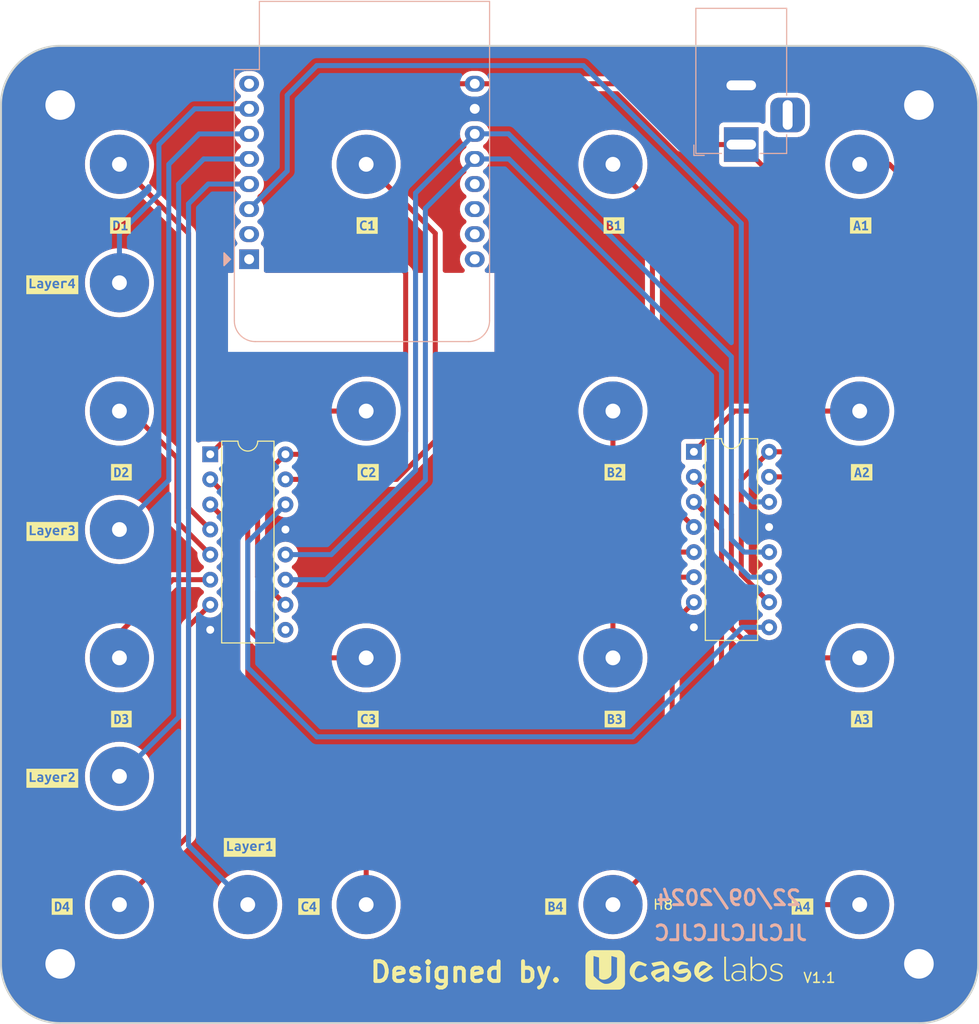
<source format=kicad_pcb>
(kicad_pcb (version 20240108) (generator "pcbnew") (generator_version "8.0")
  (layers (0 "F.Cu" signal) (31 "B.Cu" signal) (34 "B.Paste" user) (35 "F.Paste" user) (36 "B.SilkS" user "B.Silkscreen") (37 "F.SilkS" user "F.Silkscreen") (38 "B.Mask" user) (39 "F.Mask" user) (44 "Edge.Cuts" user))
  (net 0 "")
  (net 1 "D1")
  (net 2 "D0")
  (net 3 "D2")
  (net 4 "D3")
  (net 5 "D4")
  (net 6 "D5")
  (net 7 "D6")
  (net 8 "D7")
  (net 9 "A1")
  (net 10 "A2")
  (net 11 "A3")
  (net 12 "A0")
  (net 13 "D8")
  (net 14 "D9")
  (net 15 "D10")
  (net 16 "D11")
  (net 17 "D12")
  (net 18 "D13")
  (net 19 "A4")
  (net 20 "A5")
  (net 23 "VCC")
  (net 25 "Data")
  (net 26 "Latch")
  (net 27 "Clock")
  (net 28 "Net-(U2-QH')")
  (net 34 "GND")
  (footprint "kibuzzard-6643DBC3" (layer "F.Cu") (at 58.9 42)
    (property "Reference" "kibuzzard-6643DBC3" (hide yes))
    (property "Value" "G***" (hide yes))
  )
  (footprint "kibuzzard-6643D9ED" (layer "F.Cu") (at 108.9 42)
    (property "Reference" "kibuzzard-6643D9ED" (hide yes))
    (property "Value" "G***" (hide yes))
  )
  (footprint "kibuzzard-6643DAD8" (layer "F.Cu") (at 78 111)
    (property "Reference" "kibuzzard-6643DAD8" (hide yes))
    (property "Value" "G***" (hide yes))
  )
  (footprint "kibuzzard-6643DB1C" (layer "F.Cu") (at 47 105)
    (property "Reference" "kibuzzard-6643DB1C" (hide yes))
    (property "Value" "G***" (hide yes))
  )
  (footprint "wirebase:wirebase_footprint" (layer "F.Cu") (at 58.8 60.8 -90)
    (property "Reference" "H10" (hide yes))
    (property "Value" "C2")
    (pad "1" thru_hole circle (at 0 0 270) (size 6 6) (drill 1.5) (layers "*.Cu" "*.Mask") (net 14 "D9"))
  )
  (footprint "wirebase:wirebase_footprint" (layer "F.Cu") (at 108.8 35.8 -90)
    (property "Reference" "H1" (hide yes))
    (property "Value" "A1")
    (pad "1" thru_hole circle (at 0 0 270) (size 6 6) (drill 1.5) (layers "*.Cu" "*.Mask") (net 2 "D0"))
  )
  (footprint "kibuzzard-6643DBD4" (layer "F.Cu") (at 84 67)
    (property "Reference" "kibuzzard-6643DBD4" (hide yes))
    (property "Value" "G***" (hide yes))
  )
  (footprint "MountingHole:MountingHole_3mm_Pad_TopBottom" (layer "F.Cu") (at 27.8 29.8 -90)
    (property "Reference" "H22" (hide yes))
    (property "Value" "MountingHole_Pad")
    (pad "1" thru_hole circle (at 0 0 270) (size 3.4 3.4) (drill 3) (layers "*.Cu" "*.Mask") (net 34 "GND"))
    (pad "1" connect circle (at 0 0 270) (size 6 6) (layers "F.Cu" "F.Mask") (net 34 "GND"))
    (pad "1" connect circle (at 0 0 270) (size 6 6) (layers "B.Cu" "B.Mask") (net 34 "GND"))
  )
  (footprint "kibuzzard-6643DB5E" (layer "F.Cu") (at 27 98)
    (property "Reference" "kibuzzard-6643DB5E" (hide yes))
    (property "Value" "G***" (hide yes))
  )
  (footprint "kibuzzard-6643DBED" (layer "F.Cu") (at 34 67)
    (property "Reference" "kibuzzard-6643DBED" (hide yes))
    (property "Value" "G***" (hide yes))
  )
  (footprint "kibuzzard-6643DBBB" (layer "F.Cu") (at 33.9 42)
    (property "Reference" "kibuzzard-6643DBBB" (hide yes))
    (property "Value" "G***" (hide yes))
  )
  (footprint "wirebase:wirebase_footprint" (layer "F.Cu") (at 33.8 97.8 -90)
    (property "Reference" "L2" (hide yes))
    (property "Value" "Layer2")
    (pad "1" thru_hole circle (at 0 0 270) (size 6 6) (drill 1.5) (layers "*.Cu" "*.Mask") (net 9 "A1"))
  )
  (footprint "wirebase:wirebase_footprint" (layer "F.Cu") (at 108.8 85.8 -90)
    (property "Reference" "H3" (hide yes))
    (property "Value" "A3")
    (pad "1" thru_hole circle (at 0 0 270) (size 6 6) (drill 1.5) (layers "*.Cu" "*.Mask") (net 3 "D2"))
  )
  (footprint "wirebase:wirebase_footprint" (layer "F.Cu") (at 108.8 110.8 -90)
    (property "Reference" "H4" (hide yes))
    (property "Value" "A4")
    (pad "1" thru_hole circle (at 0 0 270) (size 6 6) (drill 1.5) (layers "*.Cu" "*.Mask") (net 4 "D3"))
  )
  (footprint "wirebase:logo" (layer "F.Cu") (at 91 117.8)
    (property "Reference" "G***" (hide yes))
    (property "Value" "LOGO" (hide yes))
  )
  (footprint "MountingHole:MountingHole_3mm_Pad_TopBottom" (layer "F.Cu") (at 114.8 116.8 -90)
    (property "Reference" "H24" (hide yes))
    (property "Value" "MountingHole_Pad")
    (pad "1" thru_hole circle (at 0 0 270) (size 3.4 3.4) (drill 3) (layers "*.Cu" "*.Mask") (net 34 "GND"))
    (pad "1" connect circle (at 0 0 270) (size 6 6) (layers "F.Cu" "F.Mask") (net 34 "GND"))
    (pad "1" connect circle (at 0 0 270) (size 6 6) (layers "B.Cu" "B.Mask") (net 34 "GND"))
  )
  (footprint "wirebase:wirebase_footprint" (layer "F.Cu") (at 108.8 60.8 -90)
    (property "Reference" "H2" (hide yes))
    (property "Value" "A2")
    (pad "1" thru_hole circle (at 0 0 270) (size 6 6) (drill 1.5) (layers "*.Cu" "*.Mask") (net 1 "D1"))
  )
  (footprint "wirebase:wirebase_footprint" (layer "F.Cu") (at 33.8 35.8 -90)
    (property "Reference" "H13" (hide yes))
    (property "Value" "D1")
    (pad "1" thru_hole circle (at 0 0 270) (size 6 6) (drill 1.5) (layers "*.Cu" "*.Mask") (net 17 "D12"))
  )
  (footprint "Package_DIP:DIP-16_W7.62mm" (layer "F.Cu") (at 43 65.18)
    (property "Reference" "U3" (hide yes))
    (property "Value" "74HC595")
    (pad "1" thru_hole rect (at 0 0) (size 1.6 1.6) (drill 0.8) (layers "*.Cu" "*.Mask") (net 14 "D9"))
    (pad "2" thru_hole oval (at 0 2.54) (size 1.6 1.6) (drill 0.8) (layers "*.Cu" "*.Mask") (net 15 "D10"))
    (pad "3" thru_hole oval (at 0 5.08) (size 1.6 1.6) (drill 0.8) (layers "*.Cu" "*.Mask") (net 16 "D11"))
    (pad "4" thru_hole oval (at 0 7.62) (size 1.6 1.6) (drill 0.8) (layers "*.Cu" "*.Mask") (net 17 "D12"))
    (pad "5" thru_hole oval (at 0 10.16) (size 1.6 1.6) (drill 0.8) (layers "*.Cu" "*.Mask") (net 18 "D13"))
    (pad "6" thru_hole oval (at 0 12.7) (size 1.6 1.6) (drill 0.8) (layers "*.Cu" "*.Mask") (net 19 "A4"))
    (pad "7" thru_hole oval (at 0 15.24) (size 1.6 1.6) (drill 0.8) (layers "*.Cu" "*.Mask") (net 20 "A5"))
    (pad "8" thru_hole oval (at 0 17.78) (size 1.6 1.6) (drill 0.8) (layers "*.Cu" "*.Mask") (net 34 "GND"))
    (pad "9" thru_hole oval (at 7.62 17.78) (size 1.6 1.6) (drill 0.8) (layers "*.Cu" "*.Mask"))
    (pad "10" thru_hole oval (at 7.62 15.24) (size 1.6 1.6) (drill 0.8) (layers "*.Cu" "*.Mask") (net 23 "VCC"))
    (pad "11" thru_hole oval (at 7.62 12.7) (size 1.6 1.6) (drill 0.8) (layers "*.Cu" "*.Mask") (net 27 "Clock"))
    (pad "12" thru_hole oval (at 7.62 10.16) (size 1.6 1.6) (drill 0.8) (layers "*.Cu" "*.Mask") (net 26 "Latch"))
    (pad "13" thru_hole oval (at 7.62 7.62) (size 1.6 1.6) (drill 0.8) (layers "*.Cu" "*.Mask") (net 34 "GND"))
    (pad "14" thru_hole oval (at 7.62 5.08) (size 1.6 1.6) (drill 0.8) (layers "*.Cu" "*.Mask") (net 28 "Net-(U2-QH')"))
    (pad "15" thru_hole oval (at 7.62 2.54) (size 1.6 1.6) (drill 0.8) (layers "*.Cu" "*.Mask") (net 13 "D8"))
    (pad "16" thru_hole oval (at 7.62 0) (size 1.6 1.6) (drill 0.8) (layers "*.Cu" "*.Mask") (net 23 "VCC"))
  )
  (footprint "wirebase:wirebase_footprint" (layer "F.Cu") (at 46.8 110.8 -90)
    (property "Reference" "L1" (hide yes))
    (property "Value" "Layer1")
    (pad "1" thru_hole circle (at 0 0 270) (size 6 6) (drill 1.5) (layers "*.Cu" "*.Mask") (net 12 "A0"))
  )
  (footprint "wirebase:wirebase_footprint" (layer "F.Cu") (at 58.8 110.8 -90)
    (property "Reference" "H12" (hide yes))
    (property "Value" "C4")
    (pad "1" thru_hole circle (at 0 0 270) (size 6 6) (drill 1.5) (layers "*.Cu" "*.Mask") (net 16 "D11"))
  )
  (footprint "wirebase:wirebase_footprint" (layer "F.Cu") (at 33.8 47.8 -90)
    (property "Reference" "L4" (hide yes))
    (property "Value" "Layer4")
    (pad "1" thru_hole circle (at 0 0 270) (size 6 6) (drill 1.5) (layers "*.Cu" "*.Mask") (net 11 "A3"))
  )
  (footprint "wirebase:wirebase_footprint" (layer "F.Cu") (at 83.8 110.8 -90)
    (property "Reference" "H8" (at 0 -5.08 0) (layer "F.SilkS"))
    (property "Value" "B4")
    (pad "1" thru_hole circle (at 0 0 270) (size 6 6) (drill 1.5) (layers "*.Cu" "*.Mask") (net 8 "D7"))
  )
  (footprint "kibuzzard-6643DBF5" (layer "F.Cu") (at 59 67)
    (property "Reference" "kibuzzard-6643DBF5" (hide yes))
    (property "Value" "G***" (hide yes))
  )
  (footprint "kibuzzard-6643D9FF" (layer "F.Cu") (at 109 67)
    (property "Reference" "kibuzzard-6643D9FF" (hide yes))
    (property "Value" "G***" (hide yes))
  )
  (footprint "kibuzzard-6643DA1F" (layer "F.Cu") (at 109 92)
    (property "Reference" "kibuzzard-6643DA1F" (hide yes))
    (property "Value" "G***" (hide yes))
  )
  (footprint "wirebase:wirebase_footprint" (layer "F.Cu") (at 83.8 85.8 -90)
    (property "Reference" "H7" (hide yes))
    (property "Value" "B3")
    (pad "1" thru_hole circle (at 0 0 270) (size 6 6) (drill 1.5) (layers "*.Cu" "*.Mask") (net 7 "D6"))
  )
  (footprint "kibuzzard-6643DA2D" (layer "F.Cu") (at 103 111)
    (property "Reference" "kibuzzard-6643DA2D" (hide yes))
    (property "Value" "G***" (hide yes))
  )
  (footprint "wirebase:wirebase_footprint" (layer "F.Cu") (at 33.8 110.8 -90)
    (property "Reference" "H16" (hide yes))
    (property "Value" "D4")
    (pad "1" thru_hole circle (at 0 0 270) (size 6 6) (drill 1.5) (layers "*.Cu" "*.Mask") (net 20 "A5"))
  )
  (footprint "kibuzzard-6643DBE0" (layer "F.Cu") (at 59 92)
    (property "Reference" "kibuzzard-6643DBE0" (hide yes))
    (property "Value" "G***" (hide yes))
  )
  (footprint "kibuzzard-6643DBDA" (layer "F.Cu") (at 84 92)
    (property "Reference" "kibuzzard-6643DBDA" (hide yes))
    (property "Value" "G***" (hide yes))
  )
  (footprint "MountingHole:MountingHole_3mm_Pad_TopBottom" (layer "F.Cu") (at 27.8 116.8 -90)
    (property "Reference" "H23" (hide yes))
    (property "Value" "MountingHole_Pad")
    (pad "1" thru_hole circle (at 0 0 270) (size 3.4 3.4) (drill 3) (layers "*.Cu" "*.Mask") (net 34 "GND"))
    (pad "1" connect circle (at 0 0 270) (size 6 6) (layers "F.Cu" "F.Mask") (net 34 "GND"))
    (pad "1" connect circle (at 0 0 270) (size 6 6) (layers "B.Cu" "B.Mask") (net 34 "GND"))
  )
  (footprint "wirebase:wirebase_footprint" (layer "F.Cu") (at 83.8 60.8 -90)
    (property "Reference" "H6" (hide yes))
    (property "Value" "B2")
    (pad "1" thru_hole circle (at 0 0 270) (size 6 6) (drill 1.5) (layers "*.Cu" "*.Mask") (net 6 "D5"))
  )
  (footprint "kibuzzard-6643DBCA" (layer "F.Cu") (at 83.9 42)
    (property "Reference" "kibuzzard-6643DBCA" (hide yes))
    (property "Value" "G***" (hide yes))
  )
  (footprint "kibuzzard-6643DBE7" (layer "F.Cu") (at 34 92)
    (property "Reference" "kibuzzard-6643DBE7" (hide yes))
    (property "Value" "G***" (hide yes))
  )
  (footprint "wirebase:wirebase_footprint" (layer "F.Cu") (at 33.8 72.8 -90)
    (property "Reference" "L3" (hide yes))
    (property "Value" "Layer3")
    (pad "1" thru_hole circle (at 0 0 270) (size 6 6) (drill 1.5) (layers "*.Cu" "*.Mask") (net 10 "A2"))
  )
  (footprint "wirebase:wirebase_footprint" (layer "F.Cu") (at 58.8 35.8 -90)
    (property "Reference" "H9" (hide yes))
    (property "Value" "C1")
    (pad "1" thru_hole circle (at 0 0 270) (size 6 6) (drill 1.5) (layers "*.Cu" "*.Mask") (net 13 "D8"))
  )
  (footprint "MountingHole:MountingHole_3mm_Pad_TopBottom" (layer "F.Cu") (at 114.8 29.8 -90)
    (property "Reference" "H21" (hide yes))
    (property "Value" "MountingHole_Pad")
    (pad "1" thru_hole circle (at 0 0 270) (size 3.4 3.4) (drill 3) (layers "*.Cu" "*.Mask") (net 34 "GND"))
    (pad "1" connect circle (at 0 0 270) (size 6 6) (layers "F.Cu" "F.Mask") (net 34 "GND"))
    (pad "1" connect circle (at 0 0 270) (size 6 6) (layers "B.Cu" "B.Mask") (net 34 "GND"))
  )
  (footprint "wirebase:wirebase_footprint" (layer "F.Cu") (at 83.8 35.8 -90)
    (property "Reference" "H5" (hide yes))
    (property "Value" "B1")
    (pad "1" thru_hole circle (at 0 0 270) (size 6 6) (drill 1.5) (layers "*.Cu" "*.Mask") (net 5 "D4"))
  )
  (footprint "wirebase:wirebase_footprint" (layer "F.Cu") (at 33.8 85.8 -90)
    (property "Reference" "H15" (hide yes))
    (property "Value" "D3")
    (pad "1" thru_hole circle (at 0 0 270) (size 6 6) (drill 1.5) (layers "*.Cu" "*.Mask") (net 19 "A4"))
  )
  (footprint "kibuzzard-6643DB07" (layer "F.Cu") (at 28 111)
    (property "Reference" "kibuzzard-6643DB07" (hide yes))
    (property "Value" "G***" (hide yes))
  )
  (footprint "Package_DIP:DIP-16_W7.62mm" (layer "F.Cu") (at 92 64.925)
    (property "Reference" "U2" (hide yes))
    (property "Value" "74HC595")
    (pad "1" thru_hole rect (at 0 0) (size 1.6 1.6) (drill 0.8) (layers "*.Cu" "*.Mask") (net 1 "D1"))
    (pad "2" thru_hole oval (at 0 2.54) (size 1.6 1.6) (drill 0.8) (layers "*.Cu" "*.Mask") (net 3 "D2"))
    (pad "3" thru_hole oval (at 0 5.08) (size 1.6 1.6) (drill 0.8) (layers "*.Cu" "*.Mask") (net 4 "D3"))
    (pad "4" thru_hole oval (at 0 7.62) (size 1.6 1.6) (drill 0.8) (layers "*.Cu" "*.Mask") (net 5 "D4"))
    (pad "5" thru_hole oval (at 0 10.16) (size 1.6 1.6) (drill 0.8) (layers "*.Cu" "*.Mask") (net 6 "D5"))
    (pad "6" thru_hole oval (at 0 12.7) (size 1.6 1.6) (drill 0.8) (layers "*.Cu" "*.Mask") (net 7 "D6"))
    (pad "7" thru_hole oval (at 0 15.24) (size 1.6 1.6) (drill 0.8) (layers "*.Cu" "*.Mask") (net 8 "D7"))
    (pad "8" thru_hole oval (at 0 17.78) (size 1.6 1.6) (drill 0.8) (layers "*.Cu" "*.Mask") (net 34 "GND"))
    (pad "9" thru_hole oval (at 7.62 17.78) (size 1.6 1.6) (drill 0.8) (layers "*.Cu" "*.Mask") (net 28 "Net-(U2-QH')"))
    (pad "10" thru_hole oval (at 7.62 15.24) (size 1.6 1.6) (drill 0.8) (layers "*.Cu" "*.Mask") (net 23 "VCC"))
    (pad "11" thru_hole oval (at 7.62 12.7) (size 1.6 1.6) (drill 0.8) (layers "*.Cu" "*.Mask") (net 27 "Clock"))
    (pad "12" thru_hole oval (at 7.62 10.16) (size 1.6 1.6) (drill 0.8) (layers "*.Cu" "*.Mask") (net 26 "Latch"))
    (pad "13" thru_hole oval (at 7.62 7.62) (size 1.6 1.6) (drill 0.8) (layers "*.Cu" "*.Mask") (net 34 "GND"))
    (pad "14" thru_hole oval (at 7.62 5.08) (size 1.6 1.6) (drill 0.8) (layers "*.Cu" "*.Mask") (net 25 "Data"))
    (pad "15" thru_hole oval (at 7.62 2.54) (size 1.6 1.6) (drill 0.8) (layers "*.Cu" "*.Mask") (net 2 "D0"))
    (pad "16" thru_hole oval (at 7.62 0) (size 1.6 1.6) (drill 0.8) (layers "*.Cu" "*.Mask") (net 23 "VCC"))
  )
  (footprint "kibuzzard-6643DB44" (layer "F.Cu") (at 27 48)
    (property "Reference" "kibuzzard-6643DB44" (hide yes))
    (property "Value" "G***" (hide yes))
  )
  (footprint "wirebase:wirebase_footprint" (layer "F.Cu") (at 33.8 60.8 -90)
    (property "Reference" "H14" (hide yes))
    (property "Value" "D2")
    (pad "1" thru_hole circle (at 0 0 270) (size 6 6) (drill 1.5) (layers "*.Cu" "*.Mask") (net 18 "D13"))
  )
  (footprint "kibuzzard-6643DB4E" (layer "F.Cu") (at 27 73)
    (property "Reference" "kibuzzard-6643DB4E" (hide yes))
    (property "Value" "G***" (hide yes))
  )
  (footprint "kibuzzard-6643DAE2" (layer "F.Cu") (at 53 111)
    (property "Reference" "kibuzzard-6643DAE2" (hide yes))
    (property "Value" "G***" (hide yes))
  )
  (footprint "wirebase:wirebase_footprint" (layer "F.Cu") (at 58.8 85.8 -90)
    (property "Reference" "H11" (hide yes))
    (property "Value" "C3")
    (pad "1" thru_hole circle (at 0 0 270) (size 6 6) (drill 1.5) (layers "*.Cu" "*.Mask") (net 15 "D10"))
  )
  (footprint "Connector_BarrelJack:BarrelJack_Horizontal" (layer "B.Cu") (at 96.8 33.8 -90)
    (property "Reference" "J1" (hide yes))
    (property "Value" "Barrel_Jack")
    (pad "1" thru_hole rect (at 0 0 270) (size 3.5 3.5) (drill oval 1 3) (layers "*.Cu" "*.Mask") (net 23 "VCC"))
    (pad "2" thru_hole roundrect (at -6 0 270) (size 3 3.5) (drill oval 1 3) (layers "*.Cu" "*.Mask") (net 34 "GND"))
    (pad "3" thru_hole roundrect (at -3 -4.7 270) (size 3.5 3.5) (drill oval 3 1) (layers "*.Cu" "*.Mask"))
  )
  (footprint "Module:WEMOS_D1_mini_light" (layer "B.Cu") (at 46.94 45.42)
    (property "Reference" "U1" (hide yes))
    (property "Value" "WeMos_D1_mini")
    (pad "1" thru_hole rect (at 0 0) (size 2 2) (drill 1) (layers "*.Cu" "*.Mask"))
    (pad "2" thru_hole oval (at 0 -2.54) (size 2 1.6) (drill 1) (layers "*.Cu" "*.Mask"))
    (pad "3" thru_hole oval (at 0 -5.08) (size 2 1.6) (drill 1) (layers "*.Cu" "*.Mask") (net 25 "Data"))
    (pad "4" thru_hole oval (at 0 -7.62) (size 2 1.6) (drill 1) (layers "*.Cu" "*.Mask") (net 12 "A0"))
    (pad "5" thru_hole oval (at 0 -10.16) (size 2 1.6) (drill 1) (layers "*.Cu" "*.Mask") (net 9 "A1"))
    (pad "6" thru_hole oval (at 0 -12.7) (size 2 1.6) (drill 1) (layers "*.Cu" "*.Mask") (net 10 "A2"))
    (pad "7" thru_hole oval (at 0 -15.24) (size 2 1.6) (drill 1) (layers "*.Cu" "*.Mask") (net 11 "A3"))
    (pad "8" thru_hole oval (at 0 -17.78) (size 2 1.6) (drill 1) (layers "*.Cu" "*.Mask"))
    (pad "9" thru_hole oval (at 22.86 -17.78) (size 2 1.6) (drill 1) (layers "*.Cu" "*.Mask") (net 23 "VCC"))
    (pad "10" thru_hole oval (at 22.86 -15.24) (size 2 1.6) (drill 1) (layers "*.Cu" "*.Mask") (net 34 "GND"))
    (pad "11" thru_hole oval (at 22.86 -12.7) (size 2 1.6) (drill 1) (layers "*.Cu" "*.Mask") (net 26 "Latch"))
    (pad "12" thru_hole oval (at 22.86 -10.16) (size 2 1.6) (drill 1) (layers "*.Cu" "*.Mask") (net 27 "Clock"))
    (pad "13" thru_hole oval (at 22.86 -7.62) (size 2 1.6) (drill 1) (layers "*.Cu" "*.Mask"))
    (pad "14" thru_hole oval (at 22.86 -5.08) (size 2 1.6) (drill 1) (layers "*.Cu" "*.Mask"))
    (pad "15" thru_hole oval (at 22.86 -2.54) (size 2 1.6) (drill 1) (layers "*.Cu" "*.Mask"))
    (pad "16" thru_hole oval (at 22.86 0) (size 2 1.6) (drill 1) (layers "*.Cu" "*.Mask"))
  )
  (gr_arc (start 27.8 122.8) (mid 23.557359 121.042641) (end 21.8 116.8) (stroke (width 0.2)) (layer "Edge.Cuts"))
  (gr_line (start 21.8 116.8) (end 21.8 29.8) (stroke (width 0.2)) (layer "Edge.Cuts"))
  (gr_line (start 120.8 29.8) (end 120.8 117.042641) (stroke (width 0.2)) (layer "Edge.Cuts"))
  (gr_line (start 114.8 122.8) (end 27.8 122.8) (stroke (width 0.2)) (layer "Edge.Cuts"))
  (gr_arc (start 114.8 23.8) (mid 119.042641 25.557359) (end 120.8 29.8) (stroke (width 0.2)) (layer "Edge.Cuts"))
  (gr_arc (start 120.8 117.042641) (mid 118.959437 121.131046) (end 114.8 122.804904) (stroke (width 0.2)) (layer "Edge.Cuts"))
  (gr_arc (start 21.8 29.8) (mid 23.557359 25.557359) (end 27.8 23.8) (stroke (width 0.2)) (layer "Edge.Cuts"))
  (gr_line (start 27.8 23.8) (end 114.8 23.8) (stroke (width 0.2)) (layer "Edge.Cuts"))
  (gr_text "22/09/2024" (at 103 111 0) (layer "B.SilkS") (effects (font (size 1.5 1.5) (thickness 0.3) (bold yes)) (justify left bottom mirror)))
  (gr_text "JLCJLCJLCJLC" (at 103.632 114.554 0) (layer "B.SilkS") (effects (font (size 1.5 1.5) (thickness 0.3) (bold yes)) (justify left bottom mirror)))
  (gr_text "V1.1" (at 103 118.8 0) (layer "F.SilkS") (effects (font (size 1 1)) (justify left bottom)))
  (gr_text "Designed by." (at 59 118.8 0) (layer "F.SilkS") (effects (font (size 2 2) (thickness 0.4) (bold yes)) (justify left bottom)))
  (segment (start 96.125 60.8) (end 108.8 60.8) (width 0.508) (layer "F.Cu") (net 1))
  (segment (start 92 64.925) (end 96.125 60.8) (width 0.508) (layer "F.Cu") (net 1))
  (segment (start 112.135 67.465) (end 115.8 63.8) (width 0.508) (layer "F.Cu") (net 2))
  (segment (start 99.62 67.465) (end 112.135 67.465) (width 0.508) (layer "F.Cu") (net 2))
  (segment (start 115.8 39.8) (end 111.8 35.8) (width 0.508) (layer "F.Cu") (net 2))
  (segment (start 115.8 63.8) (end 115.8 39.8) (width 0.508) (layer "F.Cu") (net 2))
  (segment (start 111.8 35.8) (end 108.8 35.8) (width 0.508) (layer "F.Cu") (net 2))
  (segment (start 92 67.465) (end 95.8 71.265) (width 0.508) (layer "F.Cu") (net 3))
  (segment (start 98.8 85.8) (end 108.8 85.8) (width 0.508) (layer "F.Cu") (net 3))
  (segment (start 95.8 71.265) (end 95.8 82.8) (width 0.508) (layer "F.Cu") (net 3))
  (segment (start 95.8 82.8) (end 98.8 85.8) (width 0.508) (layer "F.Cu") (net 3))
  (segment (start 108.8 110.8) (end 104.8 110.8) (width 0.508) (layer "F.Cu") (net 4))
  (segment (start 104.8 110.8) (end 94.8 100.8) (width 0.508) (layer "F.Cu") (net 4))
  (segment (start 94.8 72.805) (end 92 70.005) (width 0.508) (layer "F.Cu") (net 4))
  (segment (start 94.8 100.8) (end 94.8 72.805) (width 0.508) (layer "F.Cu") (net 4))
  (segment (start 92 72.545) (end 87.8 68.345) (width 0.508) (layer "F.Cu") (net 5))
  (segment (start 87.8 39.8) (end 83.8 35.8) (width 0.508) (layer "F.Cu") (net 5))
  (segment (start 87.8 68.345) (end 87.8 39.8) (width 0.508) (layer "F.Cu") (net 5))
  (segment (start 88.085 75.085) (end 83.8 70.8) (width 0.508) (layer "F.Cu") (net 6))
  (segment (start 83.8 70.8) (end 83.8 60.8) (width 0.508) (layer "F.Cu") (net 6))
  (segment (start 92 75.085) (end 88.085 75.085) (width 0.508) (layer "F.Cu") (net 6))
  (segment (start 83.8 81.8) (end 83.8 85.8) (width 0.508) (layer "F.Cu") (net 7))
  (segment (start 92 77.625) (end 87.975 77.625) (width 0.508) (layer "F.Cu") (net 7))
  (segment (start 87.975 77.625) (end 83.8 81.8) (width 0.508) (layer "F.Cu") (net 7))
  (segment (start 92 80.165) (end 89.8 82.365) (width 0.508) (layer "F.Cu") (net 8))
  (segment (start 89.8 82.365) (end 89.8 104.8) (width 0.508) (layer "F.Cu") (net 8))
  (segment (start 89.8 104.8) (end 83.8 110.8) (width 0.508) (layer "F.Cu") (net 8))
  (segment (start 42.34 35.26) (end 39.8 37.8) (width 0.508) (layer "B.Cu") (net 9))
  (segment (start 39.8 37.8) (end 39.8 91.8) (width 0.508) (layer "B.Cu") (net 9))
  (segment (start 46.94 35.26) (end 42.34 35.26) (width 0.508) (layer "B.Cu") (net 9))
  (segment (start 39.8 91.8) (end 33.8 97.8) (width 0.508) (layer "B.Cu") (net 9))
  (segment (start 38.8 67.8) (end 33.8 72.8) (width 0.508) (layer "B.Cu") (net 10))
  (segment (start 41.88 32.72) (end 38.8 35.8) (width 0.508) (layer "B.Cu") (net 10))
  (segment (start 38.8 35.8) (end 38.8 67.8) (width 0.508) (layer "B.Cu") (net 10))
  (segment (start 46.94 32.72) (end 41.88 32.72) (width 0.508) (layer "B.Cu") (net 10))
  (segment (start 37.8 38.8) (end 37.8 33.8) (width 0.508) (layer "B.Cu") (net 11))
  (segment (start 37.8 33.8) (end 41.42 30.18) (width 0.508) (layer "B.Cu") (net 11))
  (segment (start 33.8 47.8) (end 33.8 42.8) (width 0.508) (layer "B.Cu") (net 11))
  (segment (start 33.8 42.8) (end 37.8 38.8) (width 0.508) (layer "B.Cu") (net 11))
  (segment (start 41.42 30.18) (end 46.94 30.18) (width 0.508) (layer "B.Cu") (net 11))
  (segment (start 40.8 104.8) (end 40.8 39.8) (width 0.508) (layer "B.Cu") (net 12))
  (segment (start 42.8 37.8) (end 46.94 37.8) (width 0.508) (layer "B.Cu") (net 12))
  (segment (start 46.8 110.8) (end 40.8 104.8) (width 0.508) (layer "B.Cu") (net 12))
  (segment (start 40.8 39.8) (end 42.8 37.8) (width 0.508) (layer "B.Cu") (net 12))
  (segment (start 61.88 67.72) (end 65.8 63.8) (width 0.508) (layer "F.Cu") (net 13))
  (segment (start 65.8 42.8) (end 58.8 35.8) (width 0.508) (layer "F.Cu") (net 13))
  (segment (start 65.8 63.8) (end 65.8 42.8) (width 0.508) (layer "F.Cu") (net 13))
  (segment (start 50.62 67.72) (end 61.88 67.72) (width 0.508) (layer "F.Cu") (net 13))
  (segment (start 47.38 60.8) (end 58.8 60.8) (width 0.508) (layer "F.Cu") (net 14))
  (segment (start 43 65.18) (end 47.38 60.8) (width 0.508) (layer "F.Cu") (net 14))
  (segment (start 46.8 82.8) (end 49.8 85.8) (width 0.508) (layer "F.Cu") (net 15))
  (segment (start 49.8 85.8) (end 58.8 85.8) (width 0.508) (layer "F.Cu") (net 15))
  (segment (start 46.8 71.52) (end 46.8 82.8) (width 0.508) (layer "F.Cu") (net 15))
  (segment (start 43 67.72) (end 46.8 71.52) (width 0.508) (layer "F.Cu") (net 15))
  (segment (start 58.8 103.8) (end 58.8 110.8) (width 0.508) (layer "F.Cu") (net 16))
  (segment (start 43 70.26) (end 45.8 73.06) (width 0.508) (layer "F.Cu") (net 16))
  (segment (start 45.8 90.8) (end 58.8 103.8) (width 0.508) (layer "F.Cu") (net 16))
  (segment (start 45.8 73.06) (end 45.8 90.8) (width 0.508) (layer "F.Cu") (net 16))
  (segment (start 43 72.8) (end 40.8 70.6) (width 0.508) (layer "F.Cu") (net 17))
  (segment (start 40.8 70.6) (end 40.8 42.8) (width 0.508) (layer "F.Cu") (net 17))
  (segment (start 40.8 42.8) (end 33.8 35.8) (width 0.508) (layer "F.Cu") (net 17))
  (segment (start 34.892 60.8) (end 33.8 60.8) (width 0.508) (layer "F.Cu") (net 18))
  (segment (start 39.624 71.964) (end 39.624 65.532) (width 0.508) (layer "F.Cu") (net 18))
  (segment (start 39.624 65.532) (end 34.892 60.8) (width 0.508) (layer "F.Cu") (net 18))
  (segment (start 43 75.34) (end 39.624 71.964) (width 0.508) (layer "F.Cu") (net 18))
  (segment (start 39.22 77.88) (end 33.8 83.3) (width 0.508) (layer "F.Cu") (net 19))
  (segment (start 43 77.88) (end 39.22 77.88) (width 0.508) (layer "F.Cu") (net 19))
  (segment (start 33.8 83.3) (end 33.8 85.8) (width 0.508) (layer "F.Cu") (net 19))
  (segment (start 40.8 82.62) (end 40.8 103.8) (width 0.508) (layer "F.Cu") (net 20))
  (segment (start 43 80.42) (end 40.8 82.62) (width 0.508) (layer "F.Cu") (net 20))
  (segment (start 40.8 103.8) (end 33.8 110.8) (width 0.508) (layer "F.Cu") (net 20))
  (segment (start 62.8 62.8) (end 62.8 46.8) (width 0.508) (layer "F.Cu") (net 23))
  (segment (start 50.62 80.42) (end 47.8 77.6) (width 0.508) (layer "F.Cu") (net 23))
  (segment (start 69.8 27.64) (end 84.64 27.64) (width 0.508) (layer "F.Cu") (net 23))
  (segment (start 50.62 65.18) (end 60.42 65.18) (width 0.508) (layer "F.Cu") (net 23))
  (segment (start 110.675 64.925) (end 99.62 64.925) (width 0.508) (layer "F.Cu") (net 23))
  (segment (start 96.8 77.345) (end 99.62 80.165) (width 0.508) (layer "F.Cu") (net 23))
  (segment (start 96.8 33.8) (end 112.8 49.8) (width 0.508) (layer "F.Cu") (net 23))
  (segment (start 60.42 65.18) (end 62.8 62.8) (width 0.508) (layer "F.Cu") (net 23))
  (segment (start 53.8 37.8) (end 53.8 30.8) (width 0.508) (layer "F.Cu") (net 23))
  (segment (start 53.8 30.8) (end 56.96 27.64) (width 0.508) (layer "F.Cu") (net 23))
  (segment (start 112.8 49.8) (end 112.8 62.8) (width 0.508) (layer "F.Cu") (net 23))
  (segment (start 84.64 27.64) (end 90.8 33.8) (width 0.508) (layer "F.Cu") (net 23))
  (segment (start 96.8 67.745) (end 96.8 77.345) (width 0.508) (layer "F.Cu") (net 23))
  (segment (start 99.62 64.925) (end 96.8 67.745) (width 0.508) (layer "F.Cu") (net 23))
  (segment (start 62.8 46.8) (end 53.8 37.8) (width 0.508) (layer "F.Cu") (net 23))
  (segment (start 112.8 62.8) (end 110.675 64.925) (width 0.508) (layer "F.Cu") (net 23))
  (segment (start 56.96 27.64) (end 69.8 27.64) (width 0.508) (layer "F.Cu") (net 23))
  (segment (start 47.8 77.6) (end 47.8 68) (width 0.508) (layer "F.Cu") (net 23))
  (segment (start 47.8 68) (end 50.62 65.18) (width 0.508) (layer "F.Cu") (net 23))
  (segment (start 90.8 33.8) (end 96.8 33.8) (width 0.508) (layer "F.Cu") (net 23))
  (segment (start 50.8 36.48) (end 50.8 28.8) (width 0.508) (layer "B.Cu") (net 25))
  (segment (start 80.8 25.8) (end 96.8 41.8) (width 0.508) (layer "B.Cu") (net 25))
  (segment (start 46.94 40.34) (end 50.8 36.48) (width 0.508) (layer "B.Cu") (net 25))
  (segment (start 96.8 41.8) (end 96.8 68.8) (width 0.508) (layer "B.Cu") (net 25))
  (segment (start 98.005 70.005) (end 99.62 70.005) (width 0.508) (layer "B.Cu") (net 25))
  (segment (start 53.8 25.8) (end 80.8 25.8) (width 0.508) (layer "B.Cu") (net 25))
  (segment (start 50.8 28.8) (end 53.8 25.8) (width 0.508) (layer "B.Cu") (net 25))
  (segment (start 96.8 68.8) (end 98.005 70.005) (width 0.508) (layer "B.Cu") (net 25))
  (segment (start 69.8 32.72) (end 63.8 38.72) (width 0.508) (layer "B.Cu") (net 26))
  (segment (start 63.8 38.72) (end 63.8 66.8) (width 0.508) (layer "B.Cu") (net 26))
  (segment (start 69.808 32.712) (end 73.212632 32.712) (width 0.508) (layer "B.Cu") (net 26))
  (segment (start 63.8 66.8) (end 55.26 75.34) (width 0.508) (layer "B.Cu") (net 26))
  (segment (start 73.212632 32.712) (end 95.8 55.299368) (width 0.508) (layer "B.Cu") (net 26))
  (segment (start 55.26 75.34) (end 50.62 75.34) (width 0.508) (layer "B.Cu") (net 26))
  (segment (start 95.8 55.299368) (end 95.8 73.8) (width 0.508) (layer "B.Cu") (net 26))
  (segment (start 69.8 32.72) (end 69.808 32.712) (width 0.508) (layer "B.Cu") (net 26))
  (segment (start 95.8 73.8) (end 97.085 75.085) (width 0.508) (layer "B.Cu") (net 26))
  (segment (start 97.085 75.085) (end 99.62 75.085) (width 0.508) (layer "B.Cu") (net 26))
  (segment (start 94.8 56.8) (end 94.8 74.8) (width 0.508) (layer "B.Cu") (net 27))
  (segment (start 97.625 77.625) (end 99.62 77.625) (width 0.508) (layer "B.Cu") (net 27))
  (segment (start 73.26 35.26) (end 94.8 56.8) (width 0.508) (layer "B.Cu") (net 27))
  (segment (start 94.8 74.8) (end 97.625 77.625) (width 0.508) (layer "B.Cu") (net 27))
  (segment (start 64.8 40.26) (end 64.8 67.8) (width 0.508) (layer "B.Cu") (net 27))
  (segment (start 69.8 35.26) (end 64.8 40.26) (width 0.508) (layer "B.Cu") (net 27))
  (segment (start 54.72 77.88) (end 50.62 77.88) (width 0.508) (layer "B.Cu") (net 27))
  (segment (start 64.8 67.8) (end 54.72 77.88) (width 0.508) (layer "B.Cu") (net 27))
  (segment (start 69.8 35.26) (end 73.26 35.26) (width 0.508) (layer "B.Cu") (net 27))
  (segment (start 50.62 70.26) (end 46.8 74.08) (width 0.508) (layer "B.Cu") (net 28))
  (segment (start 96.895 82.705) (end 99.62 82.705) (width 0.508) (layer "B.Cu") (net 28))
  (segment (start 85.8 93.8) (end 96.895 82.705) (width 0.508) (layer "B.Cu") (net 28))
  (segment (start 53.8 93.8) (end 85.8 93.8) (width 0.508) (layer "B.Cu") (net 28))
  (segment (start 46.8 74.08) (end 46.8 86.8) (width 0.508) (layer "B.Cu") (net 28))
  (segment (start 46.8 86.8) (end 53.8 93.8) (width 0.508) (layer "B.Cu") (net 28))
  (zone (net 0) (net_name "") (layers "F&B.Cu") (name "Esp8266 Antenna") (connect_pads (clearance 0)) (min_thickness 0.25)
    (keepout (tracks not_allowed) (vias not_allowed) (pads not_allowed) (copperpour not_allowed) (footprints allowed))
    (fill (thermal_gap 0.5) (thermal_bridge_width 0.5))
    (polygon (pts (xy 71.8 46.8) (xy 71.8 54.8) (xy 44.8 54.8) (xy 44.8 46.8)))
  )
  (zone (net 34) (net_name "GND") (layers "F&B.Cu") (connect_pads yes (clearance 0.5)) (min_thickness 0.5) (fill yes (thermal_gap 0.5) (thermal_bridge_width 0.5))
    (polygon (pts (xy 120.8 23.8) (xy 120.8 122.8) (xy 21.8 122.8) (xy 21.8 23.8)))
  )
)
</source>
